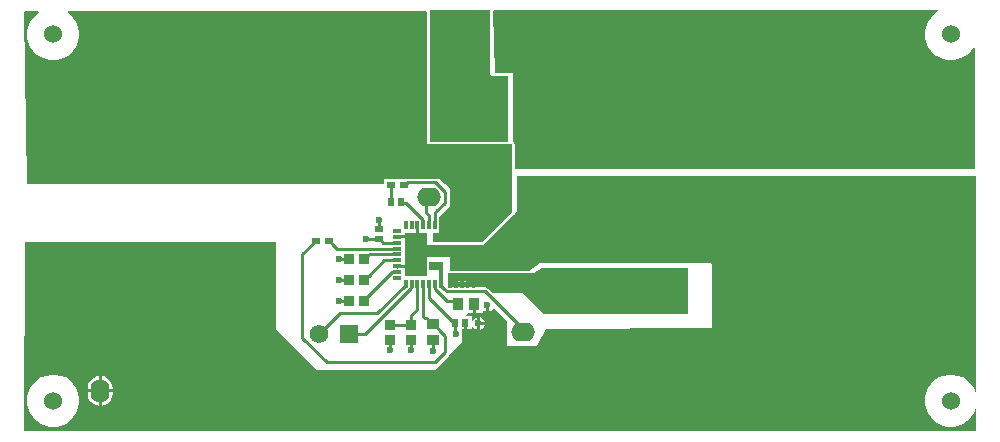
<source format=gbr>
G04*
G04 #@! TF.GenerationSoftware,Altium Limited,Altium Designer,23.0.1 (38)*
G04*
G04 Layer_Physical_Order=1*
G04 Layer_Color=255*
%FSLAX25Y25*%
%MOIN*%
G70*
G04*
G04 #@! TF.SameCoordinates,AE5763C0-F2EE-4BCA-89C6-8F578BEF2D51*
G04*
G04*
G04 #@! TF.FilePolarity,Positive*
G04*
G01*
G75*
%ADD14C,0.01000*%
%ADD15R,0.01181X0.02559*%
%ADD16R,0.02559X0.01181*%
%ADD17R,0.16535X0.07480*%
%ADD18R,0.04921X0.09843*%
%ADD19R,0.03740X0.03347*%
%ADD20R,0.03937X0.03543*%
%ADD21R,0.48504X0.15059*%
%ADD22R,0.03543X0.03937*%
%ADD23R,0.02362X0.02520*%
%ADD24R,0.02953X0.02362*%
%ADD25R,0.02520X0.02362*%
%ADD26R,0.03347X0.03740*%
%ADD35C,0.06181*%
%ADD36R,0.06181X0.06181*%
%ADD42R,0.01181X0.01181*%
%ADD43R,0.00984X0.02559*%
%ADD44R,0.01181X0.02362*%
%ADD45O,0.17717X0.12795*%
%ADD46C,0.06000*%
%ADD47O,0.07874X0.06299*%
%ADD48O,0.06299X0.07874*%
%ADD49C,0.02362*%
G36*
X136500Y141146D02*
X136465Y97249D01*
X164799D01*
X164848Y74200D01*
X154806Y64500D01*
X148272Y64500D01*
X148170Y64732D01*
X144806D01*
X144720Y64500D01*
X138425Y64500D01*
Y64732D01*
Y67513D01*
Y67587D01*
X140492D01*
Y71524D01*
X140551D01*
Y72878D01*
X144000Y76450D01*
X144075Y82568D01*
X140551Y85500D01*
X140016D01*
X139698Y85713D01*
X139196Y85813D01*
X129999D01*
X129497Y85713D01*
X129221Y85528D01*
X121972D01*
Y84000D01*
X2983D01*
X2006Y141143D01*
X2357Y141500D01*
X6796D01*
X6942Y141022D01*
X6290Y140586D01*
X5083Y139380D01*
X4135Y137961D01*
X3483Y136385D01*
X3150Y134711D01*
Y133005D01*
X3483Y131332D01*
X4135Y129755D01*
X5083Y128337D01*
X6290Y127130D01*
X7708Y126183D01*
X9285Y125530D01*
X10958Y125197D01*
X12664D01*
X14337Y125530D01*
X15914Y126183D01*
X17332Y127130D01*
X18539Y128337D01*
X19487Y129755D01*
X20140Y131332D01*
X20472Y133005D01*
Y134711D01*
X20140Y136385D01*
X19487Y137961D01*
X18539Y139380D01*
X17332Y140586D01*
X16681Y141022D01*
X16826Y141500D01*
X136146D01*
X136500Y141146D01*
D02*
G37*
G36*
X157500Y120500D02*
X158000Y120000D01*
X163500D01*
Y98052D01*
X137500D01*
Y142000D01*
X157500D01*
Y120500D01*
D02*
G37*
G36*
X306574Y141903D02*
X306463Y141228D01*
X305502Y140586D01*
X304296Y139380D01*
X303348Y137961D01*
X302695Y136385D01*
X302362Y134711D01*
Y133005D01*
X302695Y131332D01*
X303348Y129755D01*
X304296Y128337D01*
X305502Y127130D01*
X306921Y126183D01*
X308497Y125530D01*
X310171Y125197D01*
X311877D01*
X313550Y125530D01*
X315126Y126183D01*
X316545Y127130D01*
X317751Y128337D01*
X318500Y129457D01*
X319000Y129306D01*
Y89000D01*
X165620D01*
X165602Y97251D01*
X165571Y97404D01*
X165541Y97556D01*
X165540Y97557D01*
X165540Y97558D01*
X165454Y97686D01*
X165367Y97817D01*
X165366Y97817D01*
X165366Y97818D01*
X165236Y97904D01*
X165106Y97991D01*
X165105Y97991D01*
X165105Y97991D01*
X165000Y98012D01*
Y121000D01*
X159000D01*
X158509Y141642D01*
X158858Y142000D01*
X306500D01*
X306574Y141903D01*
D02*
G37*
G36*
X319500Y14495D02*
X319303Y14456D01*
X318699Y15914D01*
X317751Y17332D01*
X316545Y18539D01*
X315126Y19487D01*
X313550Y20140D01*
X311877Y20472D01*
X310171D01*
X308497Y20140D01*
X306921Y19487D01*
X305502Y18539D01*
X304296Y17332D01*
X303348Y15914D01*
X302695Y14337D01*
X302362Y12664D01*
Y10958D01*
X302695Y9285D01*
X303348Y7708D01*
X304296Y6290D01*
X305502Y5083D01*
X306921Y4135D01*
X308497Y3483D01*
X310171Y3150D01*
X311877D01*
X313550Y3483D01*
X315126Y4135D01*
X316545Y5083D01*
X317751Y6290D01*
X318699Y7708D01*
X319303Y9166D01*
X319500Y9127D01*
Y1500D01*
X2140D01*
X2001Y1640D01*
X2500Y64500D01*
X86000D01*
Y35500D01*
X99500Y22000D01*
X139397D01*
X148030Y31468D01*
Y35500D01*
X148642D01*
Y37760D01*
X149642D01*
Y35500D01*
X151323D01*
Y36551D01*
X151517Y36589D01*
X151651Y36265D01*
X152264Y35651D01*
X153000Y35346D01*
Y37500D01*
Y39654D01*
X152264Y39349D01*
X151651Y38735D01*
X151517Y38411D01*
X151323Y38449D01*
Y40020D01*
X149337D01*
X149262Y40202D01*
X150168Y41107D01*
X151657D01*
Y44076D01*
X152657D01*
Y41107D01*
X154929D01*
Y41729D01*
X155111Y41805D01*
X155264Y41651D01*
X156000Y41346D01*
Y43500D01*
X157000D01*
Y41346D01*
X157736Y41651D01*
X158349Y42265D01*
X158562Y42780D01*
X158756Y42814D01*
X163000Y38205D01*
Y30000D01*
X173114D01*
X176166Y35504D01*
X231500Y36000D01*
Y57000D01*
X231000Y57500D01*
X173973D01*
X170489Y55011D01*
X144000D01*
Y59500D01*
X136500D01*
Y58577D01*
X136404Y58433D01*
X136358Y58204D01*
Y55312D01*
X136404Y55082D01*
X136500Y54939D01*
Y53500D01*
X136358D01*
Y53413D01*
X128976D01*
Y67587D01*
X136358D01*
Y67500D01*
X136500D01*
Y63551D01*
X154961D01*
Y63500D01*
X155011D01*
X157422Y65911D01*
X165406Y73623D01*
X165411Y73629D01*
X165417Y73634D01*
X165500Y73758D01*
X165585Y73880D01*
X165586Y73888D01*
X165591Y73895D01*
X165620Y74041D01*
X165638Y74127D01*
X166500Y74989D01*
Y86500D01*
X319500D01*
Y14495D01*
D02*
G37*
G36*
X141673Y49476D02*
X140492D01*
Y55390D01*
X137146D01*
Y58126D01*
X141673D01*
Y49476D01*
D02*
G37*
G36*
X223500Y56000D02*
Y40500D01*
X175500D01*
X168500Y47500D01*
X158356D01*
X156739Y49117D01*
X156313Y49402D01*
X155811Y49502D01*
X152500D01*
Y49476D01*
X151319D01*
Y49502D01*
X150531D01*
Y49476D01*
X149350D01*
Y49502D01*
X148563D01*
Y49476D01*
X147382D01*
Y49502D01*
X146595D01*
Y49476D01*
X145413D01*
Y49502D01*
X144626D01*
Y49476D01*
X143445D01*
Y49512D01*
X143418Y49538D01*
Y54209D01*
X172000D01*
X174659Y56011D01*
X223500Y56000D01*
D02*
G37*
%LPC*%
G36*
X154000Y39654D02*
Y38000D01*
X155654D01*
X155349Y38735D01*
X154736Y39349D01*
X154000Y39654D01*
D02*
G37*
G36*
X155654Y37000D02*
X154000D01*
Y35346D01*
X154736Y35651D01*
X155349Y36265D01*
X155654Y37000D01*
D02*
G37*
G36*
X28000Y19907D02*
Y15500D01*
X31685D01*
Y15787D01*
X31543Y16871D01*
X31125Y17880D01*
X30459Y18747D01*
X29593Y19412D01*
X28583Y19830D01*
X28000Y19907D01*
D02*
G37*
G36*
X27000D02*
X26417Y19830D01*
X25407Y19412D01*
X24541Y18747D01*
X23875Y17880D01*
X23457Y16871D01*
X23315Y15787D01*
Y15500D01*
X27000D01*
Y19907D01*
D02*
G37*
G36*
X31685Y14500D02*
X28000D01*
Y10093D01*
X28583Y10170D01*
X29593Y10588D01*
X30459Y11253D01*
X31125Y12120D01*
X31543Y13129D01*
X31685Y14213D01*
Y14500D01*
D02*
G37*
G36*
X27000D02*
X23315D01*
Y14213D01*
X23457Y13129D01*
X23875Y12120D01*
X24541Y11253D01*
X25407Y10588D01*
X26417Y10170D01*
X27000Y10093D01*
Y14500D01*
D02*
G37*
G36*
X12664Y20472D02*
X10958D01*
X9285Y20140D01*
X7708Y19487D01*
X6290Y18539D01*
X5083Y17332D01*
X4135Y15914D01*
X3483Y14337D01*
X3150Y12664D01*
Y10958D01*
X3483Y9285D01*
X4135Y7708D01*
X5083Y6290D01*
X6290Y5083D01*
X7708Y4135D01*
X9285Y3483D01*
X10958Y3150D01*
X12664D01*
X14337Y3483D01*
X15914Y4135D01*
X17332Y5083D01*
X18539Y6290D01*
X19487Y7708D01*
X20140Y9285D01*
X20472Y10958D01*
Y12664D01*
X20140Y14337D01*
X19487Y15914D01*
X18539Y17332D01*
X17332Y18539D01*
X15914Y19487D01*
X14337Y20140D01*
X12664Y20472D01*
D02*
G37*
G36*
X149350Y51642D02*
X148563D01*
Y51335D01*
X149350D01*
Y51642D01*
D02*
G37*
G36*
X147382D02*
X146595D01*
Y51335D01*
X147382D01*
Y51642D01*
D02*
G37*
%LPD*%
D14*
X116000Y65500D02*
X116018Y65518D01*
X120482D02*
X120500Y65535D01*
X116018Y65518D02*
X120482D01*
X145678Y37760D02*
X145839Y37599D01*
Y34161D02*
Y37599D01*
Y34161D02*
X146000Y34000D01*
X139008Y49140D02*
Y50665D01*
Y49140D02*
X143179Y44969D01*
X138917Y50756D02*
X139008Y50665D01*
X135177Y39783D02*
X135577Y39384D01*
X131000Y39990D02*
X133209Y42198D01*
Y50854D01*
X137146Y45883D02*
X145269Y37760D01*
X135177Y39783D02*
Y50854D01*
X135577Y39384D02*
X136077D01*
X137146Y45883D02*
Y50854D01*
X136077Y39384D02*
X138303Y37157D01*
X116732Y53370D02*
X116929D01*
X122091Y58531D01*
X126327Y54504D02*
X126417Y54594D01*
X124866Y54504D02*
X126327D01*
X116939Y60370D02*
X117069Y60500D01*
X115559Y52197D02*
X116732Y53370D01*
X115559Y45197D02*
X124866Y54504D01*
X122091Y58531D02*
X126417D01*
X117069Y60500D02*
X126417D01*
X116673Y60370D02*
X116939D01*
X133209Y61895D02*
Y66021D01*
X127691Y66500D02*
X130500D01*
X125560Y66475D02*
X126487D01*
X149445Y59539D02*
X150016Y58969D01*
X133209Y66021D02*
Y70244D01*
X142000Y61500D02*
X145500D01*
X138000D02*
X142000D01*
X134500D02*
X138000D01*
X133604D02*
X134500D01*
X126487Y66475D02*
X126508Y66496D01*
X126417Y66405D02*
X126487Y66475D01*
X125539Y66496D02*
X125560Y66475D01*
X125539Y66496D02*
Y66538D01*
X127687Y66496D02*
X127691Y66500D01*
X126508Y66496D02*
X127687D01*
X130500Y66500D02*
X130980Y66021D01*
X133209D01*
Y61895D02*
X133604Y61500D01*
X148356Y59539D02*
X148425Y59470D01*
X145500Y61500D02*
X147461Y59539D01*
X148356D02*
X149445D01*
X147461D02*
X148356D01*
X126354Y56500D02*
X130500D01*
X132250Y54750D01*
X134229Y65000D02*
X134500D01*
X120500Y69000D02*
Y72000D01*
X107087Y52000D02*
X110441D01*
X107028Y59000D02*
X110382D01*
X138500Y28390D02*
Y31842D01*
X103000Y24500D02*
X139000D01*
X131000Y28500D02*
Y31817D01*
X94804Y32696D02*
X103000Y24500D01*
X139000D02*
X142500Y28000D01*
Y33354D01*
X141173Y34681D02*
X142500Y33354D01*
X104059Y65000D02*
X104740Y64319D01*
Y64024D02*
X106295Y62468D01*
X126417D01*
X103764Y65000D02*
X104059D01*
X104740Y64024D02*
Y64319D01*
X94804Y60568D02*
X99236Y65000D01*
X94804Y32696D02*
Y60568D01*
X141173Y34681D02*
Y34681D01*
X138697Y37157D02*
X141173Y34681D01*
X138303Y37157D02*
X138697D01*
X129999Y84500D02*
X139196D01*
X129059Y83560D02*
X129999Y84500D01*
X128764Y83560D02*
X129059D01*
X139196Y84500D02*
X142358Y81338D01*
X139114Y70146D02*
Y74454D01*
X139545Y74849D02*
X142358Y77662D01*
X139114Y74454D02*
X139510Y74849D01*
X139545D01*
X124236Y83560D02*
X124268Y83529D01*
Y78000D02*
Y83529D01*
X129523Y77632D02*
X135177Y71978D01*
Y70146D02*
Y71978D01*
X127732Y78000D02*
X128100Y77632D01*
X129523D01*
X137146Y70146D02*
Y73420D01*
X137055Y70236D02*
X137146Y70146D01*
X142358Y77662D02*
Y81338D01*
X136000Y74565D02*
Y78367D01*
X137133Y79500D01*
X136000Y74565D02*
X137146Y73420D01*
X166699Y36301D02*
Y37301D01*
X155811Y48189D02*
X166699Y37301D01*
X142912Y48189D02*
X155811D01*
X166699Y36301D02*
X168500Y34500D01*
X142157Y48943D02*
X142912Y48189D01*
X142157Y48943D02*
Y49118D01*
X141200Y50075D02*
X142157Y49118D01*
X141091Y50075D02*
X141200D01*
X141083Y50083D02*
Y50854D01*
Y50083D02*
X141091Y50075D01*
X110479Y34000D02*
X115863D01*
X131150Y50764D02*
X131240Y50854D01*
X131150Y49287D02*
Y50764D01*
X115863Y34000D02*
X131150Y49287D01*
X124000Y28500D02*
Y31941D01*
X100500Y34000D02*
X107500Y41000D01*
X100479Y34000D02*
X100500D01*
X129272Y50386D02*
Y50854D01*
X119886Y41000D02*
X129272Y50386D01*
X107500Y41000D02*
X119886D01*
X124000Y37059D02*
X124021D01*
X124021Y37059D02*
X131124D01*
X124021Y37059D02*
X124021Y37059D01*
X115559Y52000D02*
Y52197D01*
X115500Y59000D02*
Y59197D01*
X116673Y60370D01*
X143179Y44969D02*
X145950D01*
X146843Y44076D01*
X145269Y37760D02*
X145678D01*
X107000Y45000D02*
X110441D01*
X126327Y56472D02*
X126354Y56500D01*
X131000Y31817D02*
X131124Y31941D01*
X131000Y37183D02*
Y39990D01*
Y37183D02*
X131124Y37059D01*
X120500Y65535D02*
X120579D01*
X121677Y64437D01*
X126417D01*
X115559Y45000D02*
Y45197D01*
D15*
X139114Y50756D02*
D03*
X137146D02*
D03*
X135177D02*
D03*
X133209D02*
D03*
X131240D02*
D03*
X129272D02*
D03*
Y70244D02*
D03*
X131240D02*
D03*
X133209D02*
D03*
X135177D02*
D03*
X137146D02*
D03*
X139114D02*
D03*
D16*
X126319Y52626D02*
D03*
Y54594D02*
D03*
Y56563D02*
D03*
Y58531D02*
D03*
Y60500D02*
D03*
Y62468D02*
D03*
Y64437D02*
D03*
Y66405D02*
D03*
Y68374D02*
D03*
D17*
X151500Y104914D02*
D03*
X123941D02*
D03*
D18*
X150307Y129500D02*
D03*
X163693D02*
D03*
D19*
X124000Y31941D02*
D03*
Y37059D02*
D03*
X131124Y37059D02*
D03*
Y31941D02*
D03*
D20*
X138500Y31842D02*
D03*
Y37157D02*
D03*
D21*
X199000Y112459D02*
D03*
Y48541D02*
D03*
D22*
X146843Y44076D02*
D03*
X152157D02*
D03*
D23*
X149142Y37760D02*
D03*
X145678D02*
D03*
X127732Y78000D02*
D03*
X124268D02*
D03*
D24*
X103764Y65000D02*
D03*
X99236D02*
D03*
X128764Y83560D02*
D03*
X124236D02*
D03*
D25*
X120500Y69000D02*
D03*
Y65535D02*
D03*
D26*
X115559Y45000D02*
D03*
X110441D02*
D03*
X115500Y59000D02*
D03*
X110382D02*
D03*
X115559Y52000D02*
D03*
X110441D02*
D03*
D35*
X100479Y34000D02*
D03*
D36*
X110479D02*
D03*
D42*
X148425Y59470D02*
D03*
X147972Y52925D02*
D03*
D43*
X141083Y50854D02*
D03*
D44*
X146496Y67104D02*
D03*
D45*
X70653Y97531D02*
D03*
Y113279D02*
D03*
X27347Y51468D02*
D03*
X70653Y35721D02*
D03*
X27347Y97531D02*
D03*
Y35721D02*
D03*
Y113279D02*
D03*
X70653Y51468D02*
D03*
X299654Y98032D02*
D03*
Y113779D02*
D03*
X256347Y51968D02*
D03*
X299654Y36220D02*
D03*
X256347Y98032D02*
D03*
Y36220D02*
D03*
Y113779D02*
D03*
X299654Y51968D02*
D03*
D46*
X11811Y11811D02*
D03*
Y133858D02*
D03*
X311024D02*
D03*
Y11811D02*
D03*
D47*
X137133Y79500D02*
D03*
X168500Y34500D02*
D03*
D48*
X27500Y15000D02*
D03*
X36000Y133000D02*
D03*
X189000Y130500D02*
D03*
D49*
X116000Y65500D02*
D03*
X146000Y34000D02*
D03*
X134500Y58000D02*
D03*
X120500Y72000D02*
D03*
X107087Y52000D02*
D03*
X107028Y59000D02*
D03*
X130500Y65000D02*
D03*
X163000Y65500D02*
D03*
Y61500D02*
D03*
Y57500D02*
D03*
X159000D02*
D03*
Y61500D02*
D03*
X155000Y57500D02*
D03*
Y61500D02*
D03*
X104500Y87000D02*
D03*
X138500Y28390D02*
D03*
X131000Y28500D02*
D03*
X269500Y56500D02*
D03*
X274500D02*
D03*
X279500D02*
D03*
X284500D02*
D03*
Y52500D02*
D03*
X279500D02*
D03*
X274500D02*
D03*
X269500D02*
D03*
X284500Y48500D02*
D03*
X279500D02*
D03*
X274500D02*
D03*
X269500D02*
D03*
X284500Y44500D02*
D03*
X279500D02*
D03*
X274500D02*
D03*
X269500D02*
D03*
X284500Y40500D02*
D03*
X279500D02*
D03*
X274500D02*
D03*
X269500D02*
D03*
X284500Y36500D02*
D03*
X279500D02*
D03*
X274500D02*
D03*
X269500D02*
D03*
X284500Y32500D02*
D03*
X279500D02*
D03*
X274500D02*
D03*
X269500D02*
D03*
X284500Y28500D02*
D03*
X279500D02*
D03*
X274500D02*
D03*
X269500D02*
D03*
X40500Y28000D02*
D03*
X45500D02*
D03*
X50500D02*
D03*
X55500D02*
D03*
X40500Y32000D02*
D03*
X45500D02*
D03*
X50500D02*
D03*
X55500D02*
D03*
X40500Y36000D02*
D03*
X45500D02*
D03*
X50500D02*
D03*
X55500D02*
D03*
X40500Y40000D02*
D03*
X45500D02*
D03*
X50500D02*
D03*
X55500D02*
D03*
X40500Y44000D02*
D03*
X45500D02*
D03*
X50500D02*
D03*
X55500D02*
D03*
X40500Y48000D02*
D03*
X45500D02*
D03*
X50500D02*
D03*
X55500D02*
D03*
X40500Y52000D02*
D03*
X45500D02*
D03*
X50500D02*
D03*
X55500D02*
D03*
Y56000D02*
D03*
X50500D02*
D03*
X45500D02*
D03*
X40500D02*
D03*
X107000Y45000D02*
D03*
X150500Y61500D02*
D03*
X151000Y57000D02*
D03*
X147000D02*
D03*
X145500Y61500D02*
D03*
X142000D02*
D03*
X138000D02*
D03*
X132500Y55000D02*
D03*
X130500Y58000D02*
D03*
X134500Y61500D02*
D03*
X130500D02*
D03*
X134500Y65000D02*
D03*
X159500Y114500D02*
D03*
X155500D02*
D03*
X151500D02*
D03*
X143500D02*
D03*
X155500Y110500D02*
D03*
X159500D02*
D03*
X151500D02*
D03*
X147500D02*
D03*
X143500D02*
D03*
X147500Y114500D02*
D03*
X141500Y126000D02*
D03*
Y130000D02*
D03*
Y134000D02*
D03*
X145500D02*
D03*
X124000Y28500D02*
D03*
X156500Y43500D02*
D03*
X145500Y126000D02*
D03*
Y130000D02*
D03*
X153500Y37500D02*
D03*
M02*

</source>
